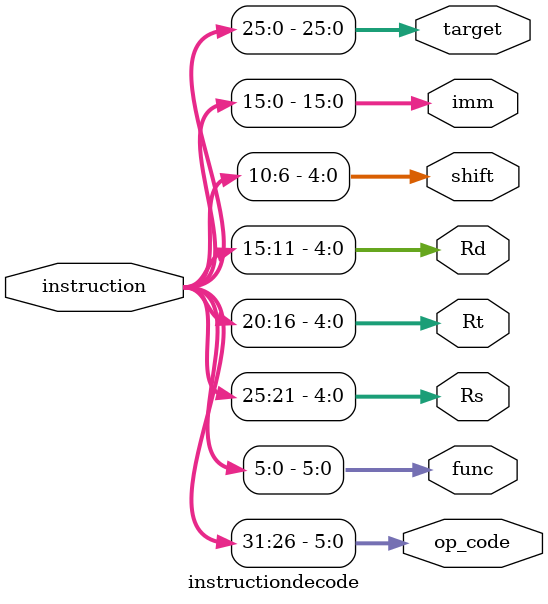
<source format=v>
/*
	Instruction decode module
*/

module instructiondecode(

	input [31:0]	instruction,
	output [5:0]	op_code, func,
	output [4:0]	Rs, Rt, Rd,
	output [4:0]	shift,
	output [15:0]	imm,
	output [25:0]	target
);

	// R-, I-, J-Type instructions
	assign op_code = instruction[31:26];

	// R- and I- Type instructions
	assign Rs = instruction[25:21];
	assign Rt = instruction[20:16];

	// R-Type instructions
	assign Rd = instruction[15:11];
	assign shift = instruction[10:6];
	assign func = instruction[5:0];

	// I-Type instructions
	assign imm = instruction[15:0];

	// J-Type instructions
	assign target = instruction[25:0];

endmodule
</source>
